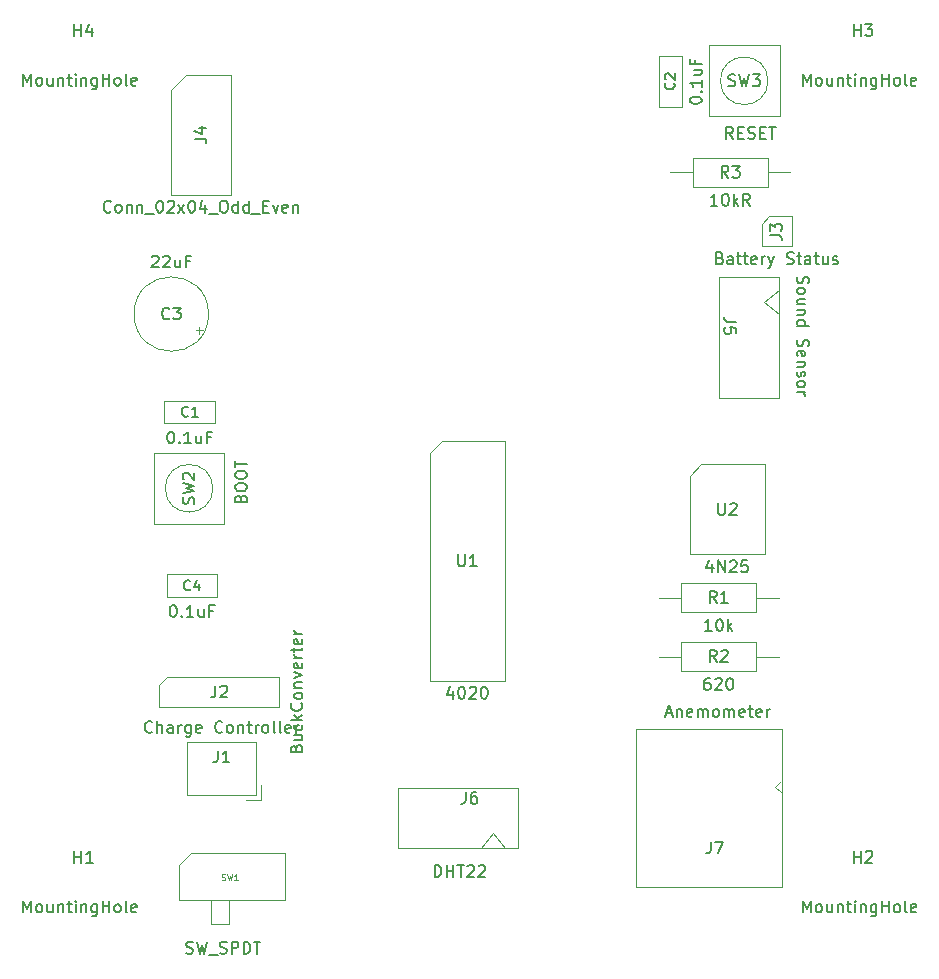
<source format=gbr>
%TF.GenerationSoftware,KiCad,Pcbnew,(5.1.8)-1*%
%TF.CreationDate,2021-01-04T15:21:09+00:00*%
%TF.ProjectId,main,6d61696e-2e6b-4696-9361-645f70636258,2.2*%
%TF.SameCoordinates,Original*%
%TF.FileFunction,Other,Fab,Top*%
%FSLAX46Y46*%
G04 Gerber Fmt 4.6, Leading zero omitted, Abs format (unit mm)*
G04 Created by KiCad (PCBNEW (5.1.8)-1) date 2021-01-04 15:21:09*
%MOMM*%
%LPD*%
G01*
G04 APERTURE LIST*
%ADD10C,0.100000*%
%ADD11C,0.150000*%
%ADD12C,0.129000*%
G04 APERTURE END LIST*
D10*
%TO.C,J7*%
X174370000Y-119500000D02*
X173860000Y-119000000D01*
X173860000Y-119000000D02*
X174370000Y-118500000D01*
X174470000Y-127500000D02*
X162070000Y-127500000D01*
X174470000Y-114100000D02*
X174470000Y-127500000D01*
X162070000Y-114100000D02*
X174470000Y-114100000D01*
X162070000Y-127500000D02*
X162070000Y-114100000D01*
%TO.C,J6*%
X141900000Y-119100000D02*
X152100000Y-119100000D01*
X141900000Y-124200000D02*
X141900000Y-119100000D01*
X152100000Y-124200000D02*
X141900000Y-124200000D01*
X152100000Y-119100000D02*
X152100000Y-124200000D01*
X151000000Y-124200000D02*
X150000000Y-122900000D01*
X150000000Y-122900000D02*
X149000000Y-124200000D01*
%TO.C,J5*%
X169100000Y-86100000D02*
X169100000Y-75900000D01*
X174200000Y-86100000D02*
X169100000Y-86100000D01*
X174200000Y-75900000D02*
X174200000Y-86100000D01*
X169100000Y-75900000D02*
X174200000Y-75900000D01*
X174200000Y-77000000D02*
X172900000Y-78000000D01*
X172900000Y-78000000D02*
X174200000Y-79000000D01*
%TO.C,U1*%
X144635000Y-90730000D02*
X145635000Y-89730000D01*
X144635000Y-110050000D02*
X144635000Y-90730000D01*
X150985000Y-110050000D02*
X144635000Y-110050000D01*
X150985000Y-89730000D02*
X150985000Y-110050000D01*
X145635000Y-89730000D02*
X150985000Y-89730000D01*
%TO.C,SW3*%
X171250000Y-56250000D02*
X174250000Y-56250000D01*
X174250000Y-56250000D02*
X174250000Y-62250000D01*
X174250000Y-62250000D02*
X168250000Y-62250000D01*
X168250000Y-62250000D02*
X168250000Y-56250000D01*
X168250000Y-56250000D02*
X171250000Y-56250000D01*
X173265564Y-59250000D02*
G75*
G03*
X173265564Y-59250000I-2015564J0D01*
G01*
%TO.C,SW2*%
X121250000Y-93750000D02*
X121250000Y-90750000D01*
X121250000Y-90750000D02*
X127250000Y-90750000D01*
X127250000Y-90750000D02*
X127250000Y-96750000D01*
X127250000Y-96750000D02*
X121250000Y-96750000D01*
X121250000Y-96750000D02*
X121250000Y-93750000D01*
X126265564Y-93750000D02*
G75*
G03*
X126265564Y-93750000I-2015564J0D01*
G01*
%TO.C,R3*%
X166930000Y-65750000D02*
X166930000Y-68250000D01*
X166930000Y-68250000D02*
X173230000Y-68250000D01*
X173230000Y-68250000D02*
X173230000Y-65750000D01*
X173230000Y-65750000D02*
X166930000Y-65750000D01*
X165000000Y-67000000D02*
X166930000Y-67000000D01*
X175160000Y-67000000D02*
X173230000Y-67000000D01*
%TO.C,R2*%
X165930000Y-106750000D02*
X165930000Y-109250000D01*
X165930000Y-109250000D02*
X172230000Y-109250000D01*
X172230000Y-109250000D02*
X172230000Y-106750000D01*
X172230000Y-106750000D02*
X165930000Y-106750000D01*
X164000000Y-108000000D02*
X165930000Y-108000000D01*
X174160000Y-108000000D02*
X172230000Y-108000000D01*
%TO.C,R1*%
X165930000Y-101750000D02*
X165930000Y-104250000D01*
X165930000Y-104250000D02*
X172230000Y-104250000D01*
X172230000Y-104250000D02*
X172230000Y-101750000D01*
X172230000Y-101750000D02*
X165930000Y-101750000D01*
X164000000Y-103000000D02*
X165930000Y-103000000D01*
X174160000Y-103000000D02*
X172230000Y-103000000D01*
%TO.C,C4*%
X122350000Y-101050000D02*
X122350000Y-102950000D01*
X122350000Y-102950000D02*
X126650000Y-102950000D01*
X126650000Y-102950000D02*
X126650000Y-101050000D01*
X126650000Y-101050000D02*
X122350000Y-101050000D01*
%TO.C,C3*%
X125900000Y-79000000D02*
G75*
G03*
X125900000Y-79000000I-3150000J0D01*
G01*
X125443972Y-80373500D02*
X124813972Y-80373500D01*
X125128972Y-80688500D02*
X125128972Y-80058500D01*
%TO.C,C2*%
X164050000Y-61450000D02*
X165950000Y-61450000D01*
X165950000Y-61450000D02*
X165950000Y-57150000D01*
X165950000Y-57150000D02*
X164050000Y-57150000D01*
X164050000Y-57150000D02*
X164050000Y-61450000D01*
%TO.C,C1*%
X122150000Y-86350000D02*
X122150000Y-88250000D01*
X122150000Y-88250000D02*
X126450000Y-88250000D01*
X126450000Y-88250000D02*
X126450000Y-86350000D01*
X126450000Y-86350000D02*
X122150000Y-86350000D01*
%TO.C,SW1*%
X124400000Y-124650000D02*
X132400000Y-124650000D01*
X132400000Y-124650000D02*
X132400000Y-128650000D01*
X132400000Y-128650000D02*
X123400000Y-128650000D01*
X123400000Y-128650000D02*
X123400000Y-125650000D01*
X126150000Y-128650000D02*
X126150000Y-130650000D01*
X126150000Y-130650000D02*
X127650000Y-130650000D01*
X127650000Y-130650000D02*
X127650000Y-128650000D01*
X124400000Y-124650000D02*
X123400000Y-125650000D01*
%TO.C,U2*%
X166635000Y-92730000D02*
X167635000Y-91730000D01*
X166635000Y-99350000D02*
X166635000Y-92730000D01*
X172985000Y-99350000D02*
X166635000Y-99350000D01*
X172985000Y-91730000D02*
X172985000Y-99350000D01*
X167635000Y-91730000D02*
X172985000Y-91730000D01*
%TO.C,J4*%
X122730000Y-60000000D02*
X124000000Y-58730000D01*
X122730000Y-68890000D02*
X122730000Y-60000000D01*
X127810000Y-68890000D02*
X122730000Y-68890000D01*
X127810000Y-58730000D02*
X127810000Y-68890000D01*
X124000000Y-58730000D02*
X127810000Y-58730000D01*
%TO.C,J3*%
X172730000Y-71365000D02*
X173365000Y-70730000D01*
X172730000Y-73270000D02*
X172730000Y-71365000D01*
X175270000Y-73270000D02*
X172730000Y-73270000D01*
X175270000Y-70730000D02*
X175270000Y-73270000D01*
X173365000Y-70730000D02*
X175270000Y-70730000D01*
%TO.C,J1*%
X124050000Y-119700000D02*
X129950000Y-119700000D01*
X124050000Y-115200000D02*
X124050000Y-119700000D01*
X129950000Y-115200000D02*
X124050000Y-115200000D01*
X129950000Y-119700000D02*
X129950000Y-115200000D01*
X130360000Y-120110000D02*
X130360000Y-118860000D01*
X129110000Y-120110000D02*
X130360000Y-120110000D01*
%TO.C,J2*%
X131890000Y-112270000D02*
X121730000Y-112270000D01*
X131890000Y-109730000D02*
X131890000Y-112270000D01*
X122365000Y-109730000D02*
X131890000Y-109730000D01*
X121730000Y-110365000D02*
X122365000Y-109730000D01*
X121730000Y-112270000D02*
X121730000Y-110365000D01*
%TD*%
%TO.C,J7*%
D11*
X164632857Y-112816666D02*
X165109047Y-112816666D01*
X164537619Y-113102380D02*
X164870952Y-112102380D01*
X165204285Y-113102380D01*
X165537619Y-112435714D02*
X165537619Y-113102380D01*
X165537619Y-112530952D02*
X165585238Y-112483333D01*
X165680476Y-112435714D01*
X165823333Y-112435714D01*
X165918571Y-112483333D01*
X165966190Y-112578571D01*
X165966190Y-113102380D01*
X166823333Y-113054761D02*
X166728095Y-113102380D01*
X166537619Y-113102380D01*
X166442380Y-113054761D01*
X166394761Y-112959523D01*
X166394761Y-112578571D01*
X166442380Y-112483333D01*
X166537619Y-112435714D01*
X166728095Y-112435714D01*
X166823333Y-112483333D01*
X166870952Y-112578571D01*
X166870952Y-112673809D01*
X166394761Y-112769047D01*
X167299523Y-113102380D02*
X167299523Y-112435714D01*
X167299523Y-112530952D02*
X167347142Y-112483333D01*
X167442380Y-112435714D01*
X167585238Y-112435714D01*
X167680476Y-112483333D01*
X167728095Y-112578571D01*
X167728095Y-113102380D01*
X167728095Y-112578571D02*
X167775714Y-112483333D01*
X167870952Y-112435714D01*
X168013809Y-112435714D01*
X168109047Y-112483333D01*
X168156666Y-112578571D01*
X168156666Y-113102380D01*
X168775714Y-113102380D02*
X168680476Y-113054761D01*
X168632857Y-113007142D01*
X168585238Y-112911904D01*
X168585238Y-112626190D01*
X168632857Y-112530952D01*
X168680476Y-112483333D01*
X168775714Y-112435714D01*
X168918571Y-112435714D01*
X169013809Y-112483333D01*
X169061428Y-112530952D01*
X169109047Y-112626190D01*
X169109047Y-112911904D01*
X169061428Y-113007142D01*
X169013809Y-113054761D01*
X168918571Y-113102380D01*
X168775714Y-113102380D01*
X169537619Y-113102380D02*
X169537619Y-112435714D01*
X169537619Y-112530952D02*
X169585238Y-112483333D01*
X169680476Y-112435714D01*
X169823333Y-112435714D01*
X169918571Y-112483333D01*
X169966190Y-112578571D01*
X169966190Y-113102380D01*
X169966190Y-112578571D02*
X170013809Y-112483333D01*
X170109047Y-112435714D01*
X170251904Y-112435714D01*
X170347142Y-112483333D01*
X170394761Y-112578571D01*
X170394761Y-113102380D01*
X171251904Y-113054761D02*
X171156666Y-113102380D01*
X170966190Y-113102380D01*
X170870952Y-113054761D01*
X170823333Y-112959523D01*
X170823333Y-112578571D01*
X170870952Y-112483333D01*
X170966190Y-112435714D01*
X171156666Y-112435714D01*
X171251904Y-112483333D01*
X171299523Y-112578571D01*
X171299523Y-112673809D01*
X170823333Y-112769047D01*
X171585238Y-112435714D02*
X171966190Y-112435714D01*
X171728095Y-112102380D02*
X171728095Y-112959523D01*
X171775714Y-113054761D01*
X171870952Y-113102380D01*
X171966190Y-113102380D01*
X172680476Y-113054761D02*
X172585238Y-113102380D01*
X172394761Y-113102380D01*
X172299523Y-113054761D01*
X172251904Y-112959523D01*
X172251904Y-112578571D01*
X172299523Y-112483333D01*
X172394761Y-112435714D01*
X172585238Y-112435714D01*
X172680476Y-112483333D01*
X172728095Y-112578571D01*
X172728095Y-112673809D01*
X172251904Y-112769047D01*
X173156666Y-113102380D02*
X173156666Y-112435714D01*
X173156666Y-112626190D02*
X173204285Y-112530952D01*
X173251904Y-112483333D01*
X173347142Y-112435714D01*
X173442380Y-112435714D01*
X168436666Y-123672380D02*
X168436666Y-124386666D01*
X168389047Y-124529523D01*
X168293809Y-124624761D01*
X168150952Y-124672380D01*
X168055714Y-124672380D01*
X168817619Y-123672380D02*
X169484285Y-123672380D01*
X169055714Y-124672380D01*
%TO.C,J6*%
X145050952Y-126642380D02*
X145050952Y-125642380D01*
X145289047Y-125642380D01*
X145431904Y-125690000D01*
X145527142Y-125785238D01*
X145574761Y-125880476D01*
X145622380Y-126070952D01*
X145622380Y-126213809D01*
X145574761Y-126404285D01*
X145527142Y-126499523D01*
X145431904Y-126594761D01*
X145289047Y-126642380D01*
X145050952Y-126642380D01*
X146050952Y-126642380D02*
X146050952Y-125642380D01*
X146050952Y-126118571D02*
X146622380Y-126118571D01*
X146622380Y-126642380D02*
X146622380Y-125642380D01*
X146955714Y-125642380D02*
X147527142Y-125642380D01*
X147241428Y-126642380D02*
X147241428Y-125642380D01*
X147812857Y-125737619D02*
X147860476Y-125690000D01*
X147955714Y-125642380D01*
X148193809Y-125642380D01*
X148289047Y-125690000D01*
X148336666Y-125737619D01*
X148384285Y-125832857D01*
X148384285Y-125928095D01*
X148336666Y-126070952D01*
X147765238Y-126642380D01*
X148384285Y-126642380D01*
X148765238Y-125737619D02*
X148812857Y-125690000D01*
X148908095Y-125642380D01*
X149146190Y-125642380D01*
X149241428Y-125690000D01*
X149289047Y-125737619D01*
X149336666Y-125832857D01*
X149336666Y-125928095D01*
X149289047Y-126070952D01*
X148717619Y-126642380D01*
X149336666Y-126642380D01*
X147666666Y-119452380D02*
X147666666Y-120166666D01*
X147619047Y-120309523D01*
X147523809Y-120404761D01*
X147380952Y-120452380D01*
X147285714Y-120452380D01*
X148571428Y-119452380D02*
X148380952Y-119452380D01*
X148285714Y-119500000D01*
X148238095Y-119547619D01*
X148142857Y-119690476D01*
X148095238Y-119880952D01*
X148095238Y-120261904D01*
X148142857Y-120357142D01*
X148190476Y-120404761D01*
X148285714Y-120452380D01*
X148476190Y-120452380D01*
X148571428Y-120404761D01*
X148619047Y-120357142D01*
X148666666Y-120261904D01*
X148666666Y-120023809D01*
X148619047Y-119928571D01*
X148571428Y-119880952D01*
X148476190Y-119833333D01*
X148285714Y-119833333D01*
X148190476Y-119880952D01*
X148142857Y-119928571D01*
X148095238Y-120023809D01*
%TO.C,J5*%
X175785238Y-75830000D02*
X175737619Y-75972857D01*
X175737619Y-76210952D01*
X175785238Y-76306190D01*
X175832857Y-76353809D01*
X175928095Y-76401428D01*
X176023333Y-76401428D01*
X176118571Y-76353809D01*
X176166190Y-76306190D01*
X176213809Y-76210952D01*
X176261428Y-76020476D01*
X176309047Y-75925238D01*
X176356666Y-75877619D01*
X176451904Y-75830000D01*
X176547142Y-75830000D01*
X176642380Y-75877619D01*
X176690000Y-75925238D01*
X176737619Y-76020476D01*
X176737619Y-76258571D01*
X176690000Y-76401428D01*
X175737619Y-76972857D02*
X175785238Y-76877619D01*
X175832857Y-76830000D01*
X175928095Y-76782380D01*
X176213809Y-76782380D01*
X176309047Y-76830000D01*
X176356666Y-76877619D01*
X176404285Y-76972857D01*
X176404285Y-77115714D01*
X176356666Y-77210952D01*
X176309047Y-77258571D01*
X176213809Y-77306190D01*
X175928095Y-77306190D01*
X175832857Y-77258571D01*
X175785238Y-77210952D01*
X175737619Y-77115714D01*
X175737619Y-76972857D01*
X176404285Y-78163333D02*
X175737619Y-78163333D01*
X176404285Y-77734761D02*
X175880476Y-77734761D01*
X175785238Y-77782380D01*
X175737619Y-77877619D01*
X175737619Y-78020476D01*
X175785238Y-78115714D01*
X175832857Y-78163333D01*
X176404285Y-78639523D02*
X175737619Y-78639523D01*
X176309047Y-78639523D02*
X176356666Y-78687142D01*
X176404285Y-78782380D01*
X176404285Y-78925238D01*
X176356666Y-79020476D01*
X176261428Y-79068095D01*
X175737619Y-79068095D01*
X175737619Y-79972857D02*
X176737619Y-79972857D01*
X175785238Y-79972857D02*
X175737619Y-79877619D01*
X175737619Y-79687142D01*
X175785238Y-79591904D01*
X175832857Y-79544285D01*
X175928095Y-79496666D01*
X176213809Y-79496666D01*
X176309047Y-79544285D01*
X176356666Y-79591904D01*
X176404285Y-79687142D01*
X176404285Y-79877619D01*
X176356666Y-79972857D01*
X175785238Y-81163333D02*
X175737619Y-81306190D01*
X175737619Y-81544285D01*
X175785238Y-81639523D01*
X175832857Y-81687142D01*
X175928095Y-81734761D01*
X176023333Y-81734761D01*
X176118571Y-81687142D01*
X176166190Y-81639523D01*
X176213809Y-81544285D01*
X176261428Y-81353809D01*
X176309047Y-81258571D01*
X176356666Y-81210952D01*
X176451904Y-81163333D01*
X176547142Y-81163333D01*
X176642380Y-81210952D01*
X176690000Y-81258571D01*
X176737619Y-81353809D01*
X176737619Y-81591904D01*
X176690000Y-81734761D01*
X175785238Y-82544285D02*
X175737619Y-82449047D01*
X175737619Y-82258571D01*
X175785238Y-82163333D01*
X175880476Y-82115714D01*
X176261428Y-82115714D01*
X176356666Y-82163333D01*
X176404285Y-82258571D01*
X176404285Y-82449047D01*
X176356666Y-82544285D01*
X176261428Y-82591904D01*
X176166190Y-82591904D01*
X176070952Y-82115714D01*
X176404285Y-83020476D02*
X175737619Y-83020476D01*
X176309047Y-83020476D02*
X176356666Y-83068095D01*
X176404285Y-83163333D01*
X176404285Y-83306190D01*
X176356666Y-83401428D01*
X176261428Y-83449047D01*
X175737619Y-83449047D01*
X175785238Y-83877619D02*
X175737619Y-83972857D01*
X175737619Y-84163333D01*
X175785238Y-84258571D01*
X175880476Y-84306190D01*
X175928095Y-84306190D01*
X176023333Y-84258571D01*
X176070952Y-84163333D01*
X176070952Y-84020476D01*
X176118571Y-83925238D01*
X176213809Y-83877619D01*
X176261428Y-83877619D01*
X176356666Y-83925238D01*
X176404285Y-84020476D01*
X176404285Y-84163333D01*
X176356666Y-84258571D01*
X175737619Y-84877619D02*
X175785238Y-84782380D01*
X175832857Y-84734761D01*
X175928095Y-84687142D01*
X176213809Y-84687142D01*
X176309047Y-84734761D01*
X176356666Y-84782380D01*
X176404285Y-84877619D01*
X176404285Y-85020476D01*
X176356666Y-85115714D01*
X176309047Y-85163333D01*
X176213809Y-85210952D01*
X175928095Y-85210952D01*
X175832857Y-85163333D01*
X175785238Y-85115714D01*
X175737619Y-85020476D01*
X175737619Y-84877619D01*
X175737619Y-85639523D02*
X176404285Y-85639523D01*
X176213809Y-85639523D02*
X176309047Y-85687142D01*
X176356666Y-85734761D01*
X176404285Y-85830000D01*
X176404285Y-85925238D01*
X170547619Y-79666666D02*
X169833333Y-79666666D01*
X169690476Y-79619047D01*
X169595238Y-79523809D01*
X169547619Y-79380952D01*
X169547619Y-79285714D01*
X170547619Y-80619047D02*
X170547619Y-80142857D01*
X170071428Y-80095238D01*
X170119047Y-80142857D01*
X170166666Y-80238095D01*
X170166666Y-80476190D01*
X170119047Y-80571428D01*
X170071428Y-80619047D01*
X169976190Y-80666666D01*
X169738095Y-80666666D01*
X169642857Y-80619047D01*
X169595238Y-80571428D01*
X169547619Y-80476190D01*
X169547619Y-80238095D01*
X169595238Y-80142857D01*
X169642857Y-80095238D01*
%TO.C,H4*%
X110214285Y-59652380D02*
X110214285Y-58652380D01*
X110547619Y-59366666D01*
X110880952Y-58652380D01*
X110880952Y-59652380D01*
X111500000Y-59652380D02*
X111404761Y-59604761D01*
X111357142Y-59557142D01*
X111309523Y-59461904D01*
X111309523Y-59176190D01*
X111357142Y-59080952D01*
X111404761Y-59033333D01*
X111500000Y-58985714D01*
X111642857Y-58985714D01*
X111738095Y-59033333D01*
X111785714Y-59080952D01*
X111833333Y-59176190D01*
X111833333Y-59461904D01*
X111785714Y-59557142D01*
X111738095Y-59604761D01*
X111642857Y-59652380D01*
X111500000Y-59652380D01*
X112690476Y-58985714D02*
X112690476Y-59652380D01*
X112261904Y-58985714D02*
X112261904Y-59509523D01*
X112309523Y-59604761D01*
X112404761Y-59652380D01*
X112547619Y-59652380D01*
X112642857Y-59604761D01*
X112690476Y-59557142D01*
X113166666Y-58985714D02*
X113166666Y-59652380D01*
X113166666Y-59080952D02*
X113214285Y-59033333D01*
X113309523Y-58985714D01*
X113452380Y-58985714D01*
X113547619Y-59033333D01*
X113595238Y-59128571D01*
X113595238Y-59652380D01*
X113928571Y-58985714D02*
X114309523Y-58985714D01*
X114071428Y-58652380D02*
X114071428Y-59509523D01*
X114119047Y-59604761D01*
X114214285Y-59652380D01*
X114309523Y-59652380D01*
X114642857Y-59652380D02*
X114642857Y-58985714D01*
X114642857Y-58652380D02*
X114595238Y-58700000D01*
X114642857Y-58747619D01*
X114690476Y-58700000D01*
X114642857Y-58652380D01*
X114642857Y-58747619D01*
X115119047Y-58985714D02*
X115119047Y-59652380D01*
X115119047Y-59080952D02*
X115166666Y-59033333D01*
X115261904Y-58985714D01*
X115404761Y-58985714D01*
X115500000Y-59033333D01*
X115547619Y-59128571D01*
X115547619Y-59652380D01*
X116452380Y-58985714D02*
X116452380Y-59795238D01*
X116404761Y-59890476D01*
X116357142Y-59938095D01*
X116261904Y-59985714D01*
X116119047Y-59985714D01*
X116023809Y-59938095D01*
X116452380Y-59604761D02*
X116357142Y-59652380D01*
X116166666Y-59652380D01*
X116071428Y-59604761D01*
X116023809Y-59557142D01*
X115976190Y-59461904D01*
X115976190Y-59176190D01*
X116023809Y-59080952D01*
X116071428Y-59033333D01*
X116166666Y-58985714D01*
X116357142Y-58985714D01*
X116452380Y-59033333D01*
X116928571Y-59652380D02*
X116928571Y-58652380D01*
X116928571Y-59128571D02*
X117500000Y-59128571D01*
X117500000Y-59652380D02*
X117500000Y-58652380D01*
X118119047Y-59652380D02*
X118023809Y-59604761D01*
X117976190Y-59557142D01*
X117928571Y-59461904D01*
X117928571Y-59176190D01*
X117976190Y-59080952D01*
X118023809Y-59033333D01*
X118119047Y-58985714D01*
X118261904Y-58985714D01*
X118357142Y-59033333D01*
X118404761Y-59080952D01*
X118452380Y-59176190D01*
X118452380Y-59461904D01*
X118404761Y-59557142D01*
X118357142Y-59604761D01*
X118261904Y-59652380D01*
X118119047Y-59652380D01*
X119023809Y-59652380D02*
X118928571Y-59604761D01*
X118880952Y-59509523D01*
X118880952Y-58652380D01*
X119785714Y-59604761D02*
X119690476Y-59652380D01*
X119500000Y-59652380D01*
X119404761Y-59604761D01*
X119357142Y-59509523D01*
X119357142Y-59128571D01*
X119404761Y-59033333D01*
X119500000Y-58985714D01*
X119690476Y-58985714D01*
X119785714Y-59033333D01*
X119833333Y-59128571D01*
X119833333Y-59223809D01*
X119357142Y-59319047D01*
X114538095Y-55452380D02*
X114538095Y-54452380D01*
X114538095Y-54928571D02*
X115109523Y-54928571D01*
X115109523Y-55452380D02*
X115109523Y-54452380D01*
X116014285Y-54785714D02*
X116014285Y-55452380D01*
X115776190Y-54404761D02*
X115538095Y-55119047D01*
X116157142Y-55119047D01*
%TO.C,H3*%
X176214285Y-59652380D02*
X176214285Y-58652380D01*
X176547619Y-59366666D01*
X176880952Y-58652380D01*
X176880952Y-59652380D01*
X177500000Y-59652380D02*
X177404761Y-59604761D01*
X177357142Y-59557142D01*
X177309523Y-59461904D01*
X177309523Y-59176190D01*
X177357142Y-59080952D01*
X177404761Y-59033333D01*
X177500000Y-58985714D01*
X177642857Y-58985714D01*
X177738095Y-59033333D01*
X177785714Y-59080952D01*
X177833333Y-59176190D01*
X177833333Y-59461904D01*
X177785714Y-59557142D01*
X177738095Y-59604761D01*
X177642857Y-59652380D01*
X177500000Y-59652380D01*
X178690476Y-58985714D02*
X178690476Y-59652380D01*
X178261904Y-58985714D02*
X178261904Y-59509523D01*
X178309523Y-59604761D01*
X178404761Y-59652380D01*
X178547619Y-59652380D01*
X178642857Y-59604761D01*
X178690476Y-59557142D01*
X179166666Y-58985714D02*
X179166666Y-59652380D01*
X179166666Y-59080952D02*
X179214285Y-59033333D01*
X179309523Y-58985714D01*
X179452380Y-58985714D01*
X179547619Y-59033333D01*
X179595238Y-59128571D01*
X179595238Y-59652380D01*
X179928571Y-58985714D02*
X180309523Y-58985714D01*
X180071428Y-58652380D02*
X180071428Y-59509523D01*
X180119047Y-59604761D01*
X180214285Y-59652380D01*
X180309523Y-59652380D01*
X180642857Y-59652380D02*
X180642857Y-58985714D01*
X180642857Y-58652380D02*
X180595238Y-58700000D01*
X180642857Y-58747619D01*
X180690476Y-58700000D01*
X180642857Y-58652380D01*
X180642857Y-58747619D01*
X181119047Y-58985714D02*
X181119047Y-59652380D01*
X181119047Y-59080952D02*
X181166666Y-59033333D01*
X181261904Y-58985714D01*
X181404761Y-58985714D01*
X181500000Y-59033333D01*
X181547619Y-59128571D01*
X181547619Y-59652380D01*
X182452380Y-58985714D02*
X182452380Y-59795238D01*
X182404761Y-59890476D01*
X182357142Y-59938095D01*
X182261904Y-59985714D01*
X182119047Y-59985714D01*
X182023809Y-59938095D01*
X182452380Y-59604761D02*
X182357142Y-59652380D01*
X182166666Y-59652380D01*
X182071428Y-59604761D01*
X182023809Y-59557142D01*
X181976190Y-59461904D01*
X181976190Y-59176190D01*
X182023809Y-59080952D01*
X182071428Y-59033333D01*
X182166666Y-58985714D01*
X182357142Y-58985714D01*
X182452380Y-59033333D01*
X182928571Y-59652380D02*
X182928571Y-58652380D01*
X182928571Y-59128571D02*
X183500000Y-59128571D01*
X183500000Y-59652380D02*
X183500000Y-58652380D01*
X184119047Y-59652380D02*
X184023809Y-59604761D01*
X183976190Y-59557142D01*
X183928571Y-59461904D01*
X183928571Y-59176190D01*
X183976190Y-59080952D01*
X184023809Y-59033333D01*
X184119047Y-58985714D01*
X184261904Y-58985714D01*
X184357142Y-59033333D01*
X184404761Y-59080952D01*
X184452380Y-59176190D01*
X184452380Y-59461904D01*
X184404761Y-59557142D01*
X184357142Y-59604761D01*
X184261904Y-59652380D01*
X184119047Y-59652380D01*
X185023809Y-59652380D02*
X184928571Y-59604761D01*
X184880952Y-59509523D01*
X184880952Y-58652380D01*
X185785714Y-59604761D02*
X185690476Y-59652380D01*
X185500000Y-59652380D01*
X185404761Y-59604761D01*
X185357142Y-59509523D01*
X185357142Y-59128571D01*
X185404761Y-59033333D01*
X185500000Y-58985714D01*
X185690476Y-58985714D01*
X185785714Y-59033333D01*
X185833333Y-59128571D01*
X185833333Y-59223809D01*
X185357142Y-59319047D01*
X180538095Y-55452380D02*
X180538095Y-54452380D01*
X180538095Y-54928571D02*
X181109523Y-54928571D01*
X181109523Y-55452380D02*
X181109523Y-54452380D01*
X181490476Y-54452380D02*
X182109523Y-54452380D01*
X181776190Y-54833333D01*
X181919047Y-54833333D01*
X182014285Y-54880952D01*
X182061904Y-54928571D01*
X182109523Y-55023809D01*
X182109523Y-55261904D01*
X182061904Y-55357142D01*
X182014285Y-55404761D01*
X181919047Y-55452380D01*
X181633333Y-55452380D01*
X181538095Y-55404761D01*
X181490476Y-55357142D01*
%TO.C,H2*%
X176214285Y-129652380D02*
X176214285Y-128652380D01*
X176547619Y-129366666D01*
X176880952Y-128652380D01*
X176880952Y-129652380D01*
X177500000Y-129652380D02*
X177404761Y-129604761D01*
X177357142Y-129557142D01*
X177309523Y-129461904D01*
X177309523Y-129176190D01*
X177357142Y-129080952D01*
X177404761Y-129033333D01*
X177500000Y-128985714D01*
X177642857Y-128985714D01*
X177738095Y-129033333D01*
X177785714Y-129080952D01*
X177833333Y-129176190D01*
X177833333Y-129461904D01*
X177785714Y-129557142D01*
X177738095Y-129604761D01*
X177642857Y-129652380D01*
X177500000Y-129652380D01*
X178690476Y-128985714D02*
X178690476Y-129652380D01*
X178261904Y-128985714D02*
X178261904Y-129509523D01*
X178309523Y-129604761D01*
X178404761Y-129652380D01*
X178547619Y-129652380D01*
X178642857Y-129604761D01*
X178690476Y-129557142D01*
X179166666Y-128985714D02*
X179166666Y-129652380D01*
X179166666Y-129080952D02*
X179214285Y-129033333D01*
X179309523Y-128985714D01*
X179452380Y-128985714D01*
X179547619Y-129033333D01*
X179595238Y-129128571D01*
X179595238Y-129652380D01*
X179928571Y-128985714D02*
X180309523Y-128985714D01*
X180071428Y-128652380D02*
X180071428Y-129509523D01*
X180119047Y-129604761D01*
X180214285Y-129652380D01*
X180309523Y-129652380D01*
X180642857Y-129652380D02*
X180642857Y-128985714D01*
X180642857Y-128652380D02*
X180595238Y-128700000D01*
X180642857Y-128747619D01*
X180690476Y-128700000D01*
X180642857Y-128652380D01*
X180642857Y-128747619D01*
X181119047Y-128985714D02*
X181119047Y-129652380D01*
X181119047Y-129080952D02*
X181166666Y-129033333D01*
X181261904Y-128985714D01*
X181404761Y-128985714D01*
X181500000Y-129033333D01*
X181547619Y-129128571D01*
X181547619Y-129652380D01*
X182452380Y-128985714D02*
X182452380Y-129795238D01*
X182404761Y-129890476D01*
X182357142Y-129938095D01*
X182261904Y-129985714D01*
X182119047Y-129985714D01*
X182023809Y-129938095D01*
X182452380Y-129604761D02*
X182357142Y-129652380D01*
X182166666Y-129652380D01*
X182071428Y-129604761D01*
X182023809Y-129557142D01*
X181976190Y-129461904D01*
X181976190Y-129176190D01*
X182023809Y-129080952D01*
X182071428Y-129033333D01*
X182166666Y-128985714D01*
X182357142Y-128985714D01*
X182452380Y-129033333D01*
X182928571Y-129652380D02*
X182928571Y-128652380D01*
X182928571Y-129128571D02*
X183500000Y-129128571D01*
X183500000Y-129652380D02*
X183500000Y-128652380D01*
X184119047Y-129652380D02*
X184023809Y-129604761D01*
X183976190Y-129557142D01*
X183928571Y-129461904D01*
X183928571Y-129176190D01*
X183976190Y-129080952D01*
X184023809Y-129033333D01*
X184119047Y-128985714D01*
X184261904Y-128985714D01*
X184357142Y-129033333D01*
X184404761Y-129080952D01*
X184452380Y-129176190D01*
X184452380Y-129461904D01*
X184404761Y-129557142D01*
X184357142Y-129604761D01*
X184261904Y-129652380D01*
X184119047Y-129652380D01*
X185023809Y-129652380D02*
X184928571Y-129604761D01*
X184880952Y-129509523D01*
X184880952Y-128652380D01*
X185785714Y-129604761D02*
X185690476Y-129652380D01*
X185500000Y-129652380D01*
X185404761Y-129604761D01*
X185357142Y-129509523D01*
X185357142Y-129128571D01*
X185404761Y-129033333D01*
X185500000Y-128985714D01*
X185690476Y-128985714D01*
X185785714Y-129033333D01*
X185833333Y-129128571D01*
X185833333Y-129223809D01*
X185357142Y-129319047D01*
X180538095Y-125452380D02*
X180538095Y-124452380D01*
X180538095Y-124928571D02*
X181109523Y-124928571D01*
X181109523Y-125452380D02*
X181109523Y-124452380D01*
X181538095Y-124547619D02*
X181585714Y-124500000D01*
X181680952Y-124452380D01*
X181919047Y-124452380D01*
X182014285Y-124500000D01*
X182061904Y-124547619D01*
X182109523Y-124642857D01*
X182109523Y-124738095D01*
X182061904Y-124880952D01*
X181490476Y-125452380D01*
X182109523Y-125452380D01*
%TO.C,H1*%
X110214285Y-129652380D02*
X110214285Y-128652380D01*
X110547619Y-129366666D01*
X110880952Y-128652380D01*
X110880952Y-129652380D01*
X111500000Y-129652380D02*
X111404761Y-129604761D01*
X111357142Y-129557142D01*
X111309523Y-129461904D01*
X111309523Y-129176190D01*
X111357142Y-129080952D01*
X111404761Y-129033333D01*
X111500000Y-128985714D01*
X111642857Y-128985714D01*
X111738095Y-129033333D01*
X111785714Y-129080952D01*
X111833333Y-129176190D01*
X111833333Y-129461904D01*
X111785714Y-129557142D01*
X111738095Y-129604761D01*
X111642857Y-129652380D01*
X111500000Y-129652380D01*
X112690476Y-128985714D02*
X112690476Y-129652380D01*
X112261904Y-128985714D02*
X112261904Y-129509523D01*
X112309523Y-129604761D01*
X112404761Y-129652380D01*
X112547619Y-129652380D01*
X112642857Y-129604761D01*
X112690476Y-129557142D01*
X113166666Y-128985714D02*
X113166666Y-129652380D01*
X113166666Y-129080952D02*
X113214285Y-129033333D01*
X113309523Y-128985714D01*
X113452380Y-128985714D01*
X113547619Y-129033333D01*
X113595238Y-129128571D01*
X113595238Y-129652380D01*
X113928571Y-128985714D02*
X114309523Y-128985714D01*
X114071428Y-128652380D02*
X114071428Y-129509523D01*
X114119047Y-129604761D01*
X114214285Y-129652380D01*
X114309523Y-129652380D01*
X114642857Y-129652380D02*
X114642857Y-128985714D01*
X114642857Y-128652380D02*
X114595238Y-128700000D01*
X114642857Y-128747619D01*
X114690476Y-128700000D01*
X114642857Y-128652380D01*
X114642857Y-128747619D01*
X115119047Y-128985714D02*
X115119047Y-129652380D01*
X115119047Y-129080952D02*
X115166666Y-129033333D01*
X115261904Y-128985714D01*
X115404761Y-128985714D01*
X115500000Y-129033333D01*
X115547619Y-129128571D01*
X115547619Y-129652380D01*
X116452380Y-128985714D02*
X116452380Y-129795238D01*
X116404761Y-129890476D01*
X116357142Y-129938095D01*
X116261904Y-129985714D01*
X116119047Y-129985714D01*
X116023809Y-129938095D01*
X116452380Y-129604761D02*
X116357142Y-129652380D01*
X116166666Y-129652380D01*
X116071428Y-129604761D01*
X116023809Y-129557142D01*
X115976190Y-129461904D01*
X115976190Y-129176190D01*
X116023809Y-129080952D01*
X116071428Y-129033333D01*
X116166666Y-128985714D01*
X116357142Y-128985714D01*
X116452380Y-129033333D01*
X116928571Y-129652380D02*
X116928571Y-128652380D01*
X116928571Y-129128571D02*
X117500000Y-129128571D01*
X117500000Y-129652380D02*
X117500000Y-128652380D01*
X118119047Y-129652380D02*
X118023809Y-129604761D01*
X117976190Y-129557142D01*
X117928571Y-129461904D01*
X117928571Y-129176190D01*
X117976190Y-129080952D01*
X118023809Y-129033333D01*
X118119047Y-128985714D01*
X118261904Y-128985714D01*
X118357142Y-129033333D01*
X118404761Y-129080952D01*
X118452380Y-129176190D01*
X118452380Y-129461904D01*
X118404761Y-129557142D01*
X118357142Y-129604761D01*
X118261904Y-129652380D01*
X118119047Y-129652380D01*
X119023809Y-129652380D02*
X118928571Y-129604761D01*
X118880952Y-129509523D01*
X118880952Y-128652380D01*
X119785714Y-129604761D02*
X119690476Y-129652380D01*
X119500000Y-129652380D01*
X119404761Y-129604761D01*
X119357142Y-129509523D01*
X119357142Y-129128571D01*
X119404761Y-129033333D01*
X119500000Y-128985714D01*
X119690476Y-128985714D01*
X119785714Y-129033333D01*
X119833333Y-129128571D01*
X119833333Y-129223809D01*
X119357142Y-129319047D01*
X114538095Y-125452380D02*
X114538095Y-124452380D01*
X114538095Y-124928571D02*
X115109523Y-124928571D01*
X115109523Y-125452380D02*
X115109523Y-124452380D01*
X116109523Y-125452380D02*
X115538095Y-125452380D01*
X115823809Y-125452380D02*
X115823809Y-124452380D01*
X115728571Y-124595238D01*
X115633333Y-124690476D01*
X115538095Y-124738095D01*
%TO.C,U1*%
X146571904Y-110895714D02*
X146571904Y-111562380D01*
X146333809Y-110514761D02*
X146095714Y-111229047D01*
X146714761Y-111229047D01*
X147286190Y-110562380D02*
X147381428Y-110562380D01*
X147476666Y-110610000D01*
X147524285Y-110657619D01*
X147571904Y-110752857D01*
X147619523Y-110943333D01*
X147619523Y-111181428D01*
X147571904Y-111371904D01*
X147524285Y-111467142D01*
X147476666Y-111514761D01*
X147381428Y-111562380D01*
X147286190Y-111562380D01*
X147190952Y-111514761D01*
X147143333Y-111467142D01*
X147095714Y-111371904D01*
X147048095Y-111181428D01*
X147048095Y-110943333D01*
X147095714Y-110752857D01*
X147143333Y-110657619D01*
X147190952Y-110610000D01*
X147286190Y-110562380D01*
X148000476Y-110657619D02*
X148048095Y-110610000D01*
X148143333Y-110562380D01*
X148381428Y-110562380D01*
X148476666Y-110610000D01*
X148524285Y-110657619D01*
X148571904Y-110752857D01*
X148571904Y-110848095D01*
X148524285Y-110990952D01*
X147952857Y-111562380D01*
X148571904Y-111562380D01*
X149190952Y-110562380D02*
X149286190Y-110562380D01*
X149381428Y-110610000D01*
X149429047Y-110657619D01*
X149476666Y-110752857D01*
X149524285Y-110943333D01*
X149524285Y-111181428D01*
X149476666Y-111371904D01*
X149429047Y-111467142D01*
X149381428Y-111514761D01*
X149286190Y-111562380D01*
X149190952Y-111562380D01*
X149095714Y-111514761D01*
X149048095Y-111467142D01*
X149000476Y-111371904D01*
X148952857Y-111181428D01*
X148952857Y-110943333D01*
X149000476Y-110752857D01*
X149048095Y-110657619D01*
X149095714Y-110610000D01*
X149190952Y-110562380D01*
X147048095Y-99342380D02*
X147048095Y-100151904D01*
X147095714Y-100247142D01*
X147143333Y-100294761D01*
X147238571Y-100342380D01*
X147429047Y-100342380D01*
X147524285Y-100294761D01*
X147571904Y-100247142D01*
X147619523Y-100151904D01*
X147619523Y-99342380D01*
X148619523Y-100342380D02*
X148048095Y-100342380D01*
X148333809Y-100342380D02*
X148333809Y-99342380D01*
X148238571Y-99485238D01*
X148143333Y-99580476D01*
X148048095Y-99628095D01*
%TO.C,SW3*%
X170297619Y-64152380D02*
X169964285Y-63676190D01*
X169726190Y-64152380D02*
X169726190Y-63152380D01*
X170107142Y-63152380D01*
X170202380Y-63200000D01*
X170250000Y-63247619D01*
X170297619Y-63342857D01*
X170297619Y-63485714D01*
X170250000Y-63580952D01*
X170202380Y-63628571D01*
X170107142Y-63676190D01*
X169726190Y-63676190D01*
X170726190Y-63628571D02*
X171059523Y-63628571D01*
X171202380Y-64152380D02*
X170726190Y-64152380D01*
X170726190Y-63152380D01*
X171202380Y-63152380D01*
X171583333Y-64104761D02*
X171726190Y-64152380D01*
X171964285Y-64152380D01*
X172059523Y-64104761D01*
X172107142Y-64057142D01*
X172154761Y-63961904D01*
X172154761Y-63866666D01*
X172107142Y-63771428D01*
X172059523Y-63723809D01*
X171964285Y-63676190D01*
X171773809Y-63628571D01*
X171678571Y-63580952D01*
X171630952Y-63533333D01*
X171583333Y-63438095D01*
X171583333Y-63342857D01*
X171630952Y-63247619D01*
X171678571Y-63200000D01*
X171773809Y-63152380D01*
X172011904Y-63152380D01*
X172154761Y-63200000D01*
X172583333Y-63628571D02*
X172916666Y-63628571D01*
X173059523Y-64152380D02*
X172583333Y-64152380D01*
X172583333Y-63152380D01*
X173059523Y-63152380D01*
X173345238Y-63152380D02*
X173916666Y-63152380D01*
X173630952Y-64152380D02*
X173630952Y-63152380D01*
X169916666Y-59654761D02*
X170059523Y-59702380D01*
X170297619Y-59702380D01*
X170392857Y-59654761D01*
X170440476Y-59607142D01*
X170488095Y-59511904D01*
X170488095Y-59416666D01*
X170440476Y-59321428D01*
X170392857Y-59273809D01*
X170297619Y-59226190D01*
X170107142Y-59178571D01*
X170011904Y-59130952D01*
X169964285Y-59083333D01*
X169916666Y-58988095D01*
X169916666Y-58892857D01*
X169964285Y-58797619D01*
X170011904Y-58750000D01*
X170107142Y-58702380D01*
X170345238Y-58702380D01*
X170488095Y-58750000D01*
X170821428Y-58702380D02*
X171059523Y-59702380D01*
X171250000Y-58988095D01*
X171440476Y-59702380D01*
X171678571Y-58702380D01*
X171964285Y-58702380D02*
X172583333Y-58702380D01*
X172250000Y-59083333D01*
X172392857Y-59083333D01*
X172488095Y-59130952D01*
X172535714Y-59178571D01*
X172583333Y-59273809D01*
X172583333Y-59511904D01*
X172535714Y-59607142D01*
X172488095Y-59654761D01*
X172392857Y-59702380D01*
X172107142Y-59702380D01*
X172011904Y-59654761D01*
X171964285Y-59607142D01*
%TO.C,SW2*%
X128628571Y-94607142D02*
X128676190Y-94464285D01*
X128723809Y-94416666D01*
X128819047Y-94369047D01*
X128961904Y-94369047D01*
X129057142Y-94416666D01*
X129104761Y-94464285D01*
X129152380Y-94559523D01*
X129152380Y-94940476D01*
X128152380Y-94940476D01*
X128152380Y-94607142D01*
X128200000Y-94511904D01*
X128247619Y-94464285D01*
X128342857Y-94416666D01*
X128438095Y-94416666D01*
X128533333Y-94464285D01*
X128580952Y-94511904D01*
X128628571Y-94607142D01*
X128628571Y-94940476D01*
X128152380Y-93750000D02*
X128152380Y-93559523D01*
X128200000Y-93464285D01*
X128295238Y-93369047D01*
X128485714Y-93321428D01*
X128819047Y-93321428D01*
X129009523Y-93369047D01*
X129104761Y-93464285D01*
X129152380Y-93559523D01*
X129152380Y-93750000D01*
X129104761Y-93845238D01*
X129009523Y-93940476D01*
X128819047Y-93988095D01*
X128485714Y-93988095D01*
X128295238Y-93940476D01*
X128200000Y-93845238D01*
X128152380Y-93750000D01*
X128152380Y-92702380D02*
X128152380Y-92511904D01*
X128200000Y-92416666D01*
X128295238Y-92321428D01*
X128485714Y-92273809D01*
X128819047Y-92273809D01*
X129009523Y-92321428D01*
X129104761Y-92416666D01*
X129152380Y-92511904D01*
X129152380Y-92702380D01*
X129104761Y-92797619D01*
X129009523Y-92892857D01*
X128819047Y-92940476D01*
X128485714Y-92940476D01*
X128295238Y-92892857D01*
X128200000Y-92797619D01*
X128152380Y-92702380D01*
X128152380Y-91988095D02*
X128152380Y-91416666D01*
X129152380Y-91702380D02*
X128152380Y-91702380D01*
X124654761Y-95083333D02*
X124702380Y-94940476D01*
X124702380Y-94702380D01*
X124654761Y-94607142D01*
X124607142Y-94559523D01*
X124511904Y-94511904D01*
X124416666Y-94511904D01*
X124321428Y-94559523D01*
X124273809Y-94607142D01*
X124226190Y-94702380D01*
X124178571Y-94892857D01*
X124130952Y-94988095D01*
X124083333Y-95035714D01*
X123988095Y-95083333D01*
X123892857Y-95083333D01*
X123797619Y-95035714D01*
X123750000Y-94988095D01*
X123702380Y-94892857D01*
X123702380Y-94654761D01*
X123750000Y-94511904D01*
X123702380Y-94178571D02*
X124702380Y-93940476D01*
X123988095Y-93750000D01*
X124702380Y-93559523D01*
X123702380Y-93321428D01*
X123797619Y-92988095D02*
X123750000Y-92940476D01*
X123702380Y-92845238D01*
X123702380Y-92607142D01*
X123750000Y-92511904D01*
X123797619Y-92464285D01*
X123892857Y-92416666D01*
X123988095Y-92416666D01*
X124130952Y-92464285D01*
X124702380Y-93035714D01*
X124702380Y-92416666D01*
%TO.C,R3*%
X168984761Y-69822380D02*
X168413333Y-69822380D01*
X168699047Y-69822380D02*
X168699047Y-68822380D01*
X168603809Y-68965238D01*
X168508571Y-69060476D01*
X168413333Y-69108095D01*
X169603809Y-68822380D02*
X169699047Y-68822380D01*
X169794285Y-68870000D01*
X169841904Y-68917619D01*
X169889523Y-69012857D01*
X169937142Y-69203333D01*
X169937142Y-69441428D01*
X169889523Y-69631904D01*
X169841904Y-69727142D01*
X169794285Y-69774761D01*
X169699047Y-69822380D01*
X169603809Y-69822380D01*
X169508571Y-69774761D01*
X169460952Y-69727142D01*
X169413333Y-69631904D01*
X169365714Y-69441428D01*
X169365714Y-69203333D01*
X169413333Y-69012857D01*
X169460952Y-68917619D01*
X169508571Y-68870000D01*
X169603809Y-68822380D01*
X170365714Y-69822380D02*
X170365714Y-68822380D01*
X170460952Y-69441428D02*
X170746666Y-69822380D01*
X170746666Y-69155714D02*
X170365714Y-69536666D01*
X171746666Y-69822380D02*
X171413333Y-69346190D01*
X171175238Y-69822380D02*
X171175238Y-68822380D01*
X171556190Y-68822380D01*
X171651428Y-68870000D01*
X171699047Y-68917619D01*
X171746666Y-69012857D01*
X171746666Y-69155714D01*
X171699047Y-69250952D01*
X171651428Y-69298571D01*
X171556190Y-69346190D01*
X171175238Y-69346190D01*
X169913333Y-67452380D02*
X169580000Y-66976190D01*
X169341904Y-67452380D02*
X169341904Y-66452380D01*
X169722857Y-66452380D01*
X169818095Y-66500000D01*
X169865714Y-66547619D01*
X169913333Y-66642857D01*
X169913333Y-66785714D01*
X169865714Y-66880952D01*
X169818095Y-66928571D01*
X169722857Y-66976190D01*
X169341904Y-66976190D01*
X170246666Y-66452380D02*
X170865714Y-66452380D01*
X170532380Y-66833333D01*
X170675238Y-66833333D01*
X170770476Y-66880952D01*
X170818095Y-66928571D01*
X170865714Y-67023809D01*
X170865714Y-67261904D01*
X170818095Y-67357142D01*
X170770476Y-67404761D01*
X170675238Y-67452380D01*
X170389523Y-67452380D01*
X170294285Y-67404761D01*
X170246666Y-67357142D01*
%TO.C,R2*%
X168318095Y-109822380D02*
X168127619Y-109822380D01*
X168032380Y-109870000D01*
X167984761Y-109917619D01*
X167889523Y-110060476D01*
X167841904Y-110250952D01*
X167841904Y-110631904D01*
X167889523Y-110727142D01*
X167937142Y-110774761D01*
X168032380Y-110822380D01*
X168222857Y-110822380D01*
X168318095Y-110774761D01*
X168365714Y-110727142D01*
X168413333Y-110631904D01*
X168413333Y-110393809D01*
X168365714Y-110298571D01*
X168318095Y-110250952D01*
X168222857Y-110203333D01*
X168032380Y-110203333D01*
X167937142Y-110250952D01*
X167889523Y-110298571D01*
X167841904Y-110393809D01*
X168794285Y-109917619D02*
X168841904Y-109870000D01*
X168937142Y-109822380D01*
X169175238Y-109822380D01*
X169270476Y-109870000D01*
X169318095Y-109917619D01*
X169365714Y-110012857D01*
X169365714Y-110108095D01*
X169318095Y-110250952D01*
X168746666Y-110822380D01*
X169365714Y-110822380D01*
X169984761Y-109822380D02*
X170080000Y-109822380D01*
X170175238Y-109870000D01*
X170222857Y-109917619D01*
X170270476Y-110012857D01*
X170318095Y-110203333D01*
X170318095Y-110441428D01*
X170270476Y-110631904D01*
X170222857Y-110727142D01*
X170175238Y-110774761D01*
X170080000Y-110822380D01*
X169984761Y-110822380D01*
X169889523Y-110774761D01*
X169841904Y-110727142D01*
X169794285Y-110631904D01*
X169746666Y-110441428D01*
X169746666Y-110203333D01*
X169794285Y-110012857D01*
X169841904Y-109917619D01*
X169889523Y-109870000D01*
X169984761Y-109822380D01*
X168913333Y-108452380D02*
X168580000Y-107976190D01*
X168341904Y-108452380D02*
X168341904Y-107452380D01*
X168722857Y-107452380D01*
X168818095Y-107500000D01*
X168865714Y-107547619D01*
X168913333Y-107642857D01*
X168913333Y-107785714D01*
X168865714Y-107880952D01*
X168818095Y-107928571D01*
X168722857Y-107976190D01*
X168341904Y-107976190D01*
X169294285Y-107547619D02*
X169341904Y-107500000D01*
X169437142Y-107452380D01*
X169675238Y-107452380D01*
X169770476Y-107500000D01*
X169818095Y-107547619D01*
X169865714Y-107642857D01*
X169865714Y-107738095D01*
X169818095Y-107880952D01*
X169246666Y-108452380D01*
X169865714Y-108452380D01*
%TO.C,R1*%
X168484761Y-105822380D02*
X167913333Y-105822380D01*
X168199047Y-105822380D02*
X168199047Y-104822380D01*
X168103809Y-104965238D01*
X168008571Y-105060476D01*
X167913333Y-105108095D01*
X169103809Y-104822380D02*
X169199047Y-104822380D01*
X169294285Y-104870000D01*
X169341904Y-104917619D01*
X169389523Y-105012857D01*
X169437142Y-105203333D01*
X169437142Y-105441428D01*
X169389523Y-105631904D01*
X169341904Y-105727142D01*
X169294285Y-105774761D01*
X169199047Y-105822380D01*
X169103809Y-105822380D01*
X169008571Y-105774761D01*
X168960952Y-105727142D01*
X168913333Y-105631904D01*
X168865714Y-105441428D01*
X168865714Y-105203333D01*
X168913333Y-105012857D01*
X168960952Y-104917619D01*
X169008571Y-104870000D01*
X169103809Y-104822380D01*
X169865714Y-105822380D02*
X169865714Y-104822380D01*
X169960952Y-105441428D02*
X170246666Y-105822380D01*
X170246666Y-105155714D02*
X169865714Y-105536666D01*
X168913333Y-103452380D02*
X168580000Y-102976190D01*
X168341904Y-103452380D02*
X168341904Y-102452380D01*
X168722857Y-102452380D01*
X168818095Y-102500000D01*
X168865714Y-102547619D01*
X168913333Y-102642857D01*
X168913333Y-102785714D01*
X168865714Y-102880952D01*
X168818095Y-102928571D01*
X168722857Y-102976190D01*
X168341904Y-102976190D01*
X169865714Y-103452380D02*
X169294285Y-103452380D01*
X169580000Y-103452380D02*
X169580000Y-102452380D01*
X169484761Y-102595238D01*
X169389523Y-102690476D01*
X169294285Y-102738095D01*
%TO.C,C4*%
X122857142Y-103652380D02*
X122952380Y-103652380D01*
X123047619Y-103700000D01*
X123095238Y-103747619D01*
X123142857Y-103842857D01*
X123190476Y-104033333D01*
X123190476Y-104271428D01*
X123142857Y-104461904D01*
X123095238Y-104557142D01*
X123047619Y-104604761D01*
X122952380Y-104652380D01*
X122857142Y-104652380D01*
X122761904Y-104604761D01*
X122714285Y-104557142D01*
X122666666Y-104461904D01*
X122619047Y-104271428D01*
X122619047Y-104033333D01*
X122666666Y-103842857D01*
X122714285Y-103747619D01*
X122761904Y-103700000D01*
X122857142Y-103652380D01*
X123619047Y-104557142D02*
X123666666Y-104604761D01*
X123619047Y-104652380D01*
X123571428Y-104604761D01*
X123619047Y-104557142D01*
X123619047Y-104652380D01*
X124619047Y-104652380D02*
X124047619Y-104652380D01*
X124333333Y-104652380D02*
X124333333Y-103652380D01*
X124238095Y-103795238D01*
X124142857Y-103890476D01*
X124047619Y-103938095D01*
X125476190Y-103985714D02*
X125476190Y-104652380D01*
X125047619Y-103985714D02*
X125047619Y-104509523D01*
X125095238Y-104604761D01*
X125190476Y-104652380D01*
X125333333Y-104652380D01*
X125428571Y-104604761D01*
X125476190Y-104557142D01*
X126285714Y-104128571D02*
X125952380Y-104128571D01*
X125952380Y-104652380D02*
X125952380Y-103652380D01*
X126428571Y-103652380D01*
D12*
X124356666Y-102307142D02*
X124315714Y-102348095D01*
X124192857Y-102389047D01*
X124110952Y-102389047D01*
X123988095Y-102348095D01*
X123906190Y-102266190D01*
X123865238Y-102184285D01*
X123824285Y-102020476D01*
X123824285Y-101897619D01*
X123865238Y-101733809D01*
X123906190Y-101651904D01*
X123988095Y-101570000D01*
X124110952Y-101529047D01*
X124192857Y-101529047D01*
X124315714Y-101570000D01*
X124356666Y-101610952D01*
X125093809Y-101815714D02*
X125093809Y-102389047D01*
X124889047Y-101488095D02*
X124684285Y-102102380D01*
X125216666Y-102102380D01*
%TO.C,C3*%
D11*
X121107142Y-74147619D02*
X121154761Y-74100000D01*
X121250000Y-74052380D01*
X121488095Y-74052380D01*
X121583333Y-74100000D01*
X121630952Y-74147619D01*
X121678571Y-74242857D01*
X121678571Y-74338095D01*
X121630952Y-74480952D01*
X121059523Y-75052380D01*
X121678571Y-75052380D01*
X122059523Y-74147619D02*
X122107142Y-74100000D01*
X122202380Y-74052380D01*
X122440476Y-74052380D01*
X122535714Y-74100000D01*
X122583333Y-74147619D01*
X122630952Y-74242857D01*
X122630952Y-74338095D01*
X122583333Y-74480952D01*
X122011904Y-75052380D01*
X122630952Y-75052380D01*
X123488095Y-74385714D02*
X123488095Y-75052380D01*
X123059523Y-74385714D02*
X123059523Y-74909523D01*
X123107142Y-75004761D01*
X123202380Y-75052380D01*
X123345238Y-75052380D01*
X123440476Y-75004761D01*
X123488095Y-74957142D01*
X124297619Y-74528571D02*
X123964285Y-74528571D01*
X123964285Y-75052380D02*
X123964285Y-74052380D01*
X124440476Y-74052380D01*
X122583333Y-79357142D02*
X122535714Y-79404761D01*
X122392857Y-79452380D01*
X122297619Y-79452380D01*
X122154761Y-79404761D01*
X122059523Y-79309523D01*
X122011904Y-79214285D01*
X121964285Y-79023809D01*
X121964285Y-78880952D01*
X122011904Y-78690476D01*
X122059523Y-78595238D01*
X122154761Y-78500000D01*
X122297619Y-78452380D01*
X122392857Y-78452380D01*
X122535714Y-78500000D01*
X122583333Y-78547619D01*
X122916666Y-78452380D02*
X123535714Y-78452380D01*
X123202380Y-78833333D01*
X123345238Y-78833333D01*
X123440476Y-78880952D01*
X123488095Y-78928571D01*
X123535714Y-79023809D01*
X123535714Y-79261904D01*
X123488095Y-79357142D01*
X123440476Y-79404761D01*
X123345238Y-79452380D01*
X123059523Y-79452380D01*
X122964285Y-79404761D01*
X122916666Y-79357142D01*
%TO.C,C2*%
X166652380Y-60942857D02*
X166652380Y-60847619D01*
X166700000Y-60752380D01*
X166747619Y-60704761D01*
X166842857Y-60657142D01*
X167033333Y-60609523D01*
X167271428Y-60609523D01*
X167461904Y-60657142D01*
X167557142Y-60704761D01*
X167604761Y-60752380D01*
X167652380Y-60847619D01*
X167652380Y-60942857D01*
X167604761Y-61038095D01*
X167557142Y-61085714D01*
X167461904Y-61133333D01*
X167271428Y-61180952D01*
X167033333Y-61180952D01*
X166842857Y-61133333D01*
X166747619Y-61085714D01*
X166700000Y-61038095D01*
X166652380Y-60942857D01*
X167557142Y-60180952D02*
X167604761Y-60133333D01*
X167652380Y-60180952D01*
X167604761Y-60228571D01*
X167557142Y-60180952D01*
X167652380Y-60180952D01*
X167652380Y-59180952D02*
X167652380Y-59752380D01*
X167652380Y-59466666D02*
X166652380Y-59466666D01*
X166795238Y-59561904D01*
X166890476Y-59657142D01*
X166938095Y-59752380D01*
X166985714Y-58323809D02*
X167652380Y-58323809D01*
X166985714Y-58752380D02*
X167509523Y-58752380D01*
X167604761Y-58704761D01*
X167652380Y-58609523D01*
X167652380Y-58466666D01*
X167604761Y-58371428D01*
X167557142Y-58323809D01*
X167128571Y-57514285D02*
X167128571Y-57847619D01*
X167652380Y-57847619D02*
X166652380Y-57847619D01*
X166652380Y-57371428D01*
D12*
X165307142Y-59443333D02*
X165348095Y-59484285D01*
X165389047Y-59607142D01*
X165389047Y-59689047D01*
X165348095Y-59811904D01*
X165266190Y-59893809D01*
X165184285Y-59934761D01*
X165020476Y-59975714D01*
X164897619Y-59975714D01*
X164733809Y-59934761D01*
X164651904Y-59893809D01*
X164570000Y-59811904D01*
X164529047Y-59689047D01*
X164529047Y-59607142D01*
X164570000Y-59484285D01*
X164610952Y-59443333D01*
X164610952Y-59115714D02*
X164570000Y-59074761D01*
X164529047Y-58992857D01*
X164529047Y-58788095D01*
X164570000Y-58706190D01*
X164610952Y-58665238D01*
X164692857Y-58624285D01*
X164774761Y-58624285D01*
X164897619Y-58665238D01*
X165389047Y-59156666D01*
X165389047Y-58624285D01*
%TO.C,C1*%
D11*
X122657142Y-88952380D02*
X122752380Y-88952380D01*
X122847619Y-89000000D01*
X122895238Y-89047619D01*
X122942857Y-89142857D01*
X122990476Y-89333333D01*
X122990476Y-89571428D01*
X122942857Y-89761904D01*
X122895238Y-89857142D01*
X122847619Y-89904761D01*
X122752380Y-89952380D01*
X122657142Y-89952380D01*
X122561904Y-89904761D01*
X122514285Y-89857142D01*
X122466666Y-89761904D01*
X122419047Y-89571428D01*
X122419047Y-89333333D01*
X122466666Y-89142857D01*
X122514285Y-89047619D01*
X122561904Y-89000000D01*
X122657142Y-88952380D01*
X123419047Y-89857142D02*
X123466666Y-89904761D01*
X123419047Y-89952380D01*
X123371428Y-89904761D01*
X123419047Y-89857142D01*
X123419047Y-89952380D01*
X124419047Y-89952380D02*
X123847619Y-89952380D01*
X124133333Y-89952380D02*
X124133333Y-88952380D01*
X124038095Y-89095238D01*
X123942857Y-89190476D01*
X123847619Y-89238095D01*
X125276190Y-89285714D02*
X125276190Y-89952380D01*
X124847619Y-89285714D02*
X124847619Y-89809523D01*
X124895238Y-89904761D01*
X124990476Y-89952380D01*
X125133333Y-89952380D01*
X125228571Y-89904761D01*
X125276190Y-89857142D01*
X126085714Y-89428571D02*
X125752380Y-89428571D01*
X125752380Y-89952380D02*
X125752380Y-88952380D01*
X126228571Y-88952380D01*
D12*
X124156666Y-87607142D02*
X124115714Y-87648095D01*
X123992857Y-87689047D01*
X123910952Y-87689047D01*
X123788095Y-87648095D01*
X123706190Y-87566190D01*
X123665238Y-87484285D01*
X123624285Y-87320476D01*
X123624285Y-87197619D01*
X123665238Y-87033809D01*
X123706190Y-86951904D01*
X123788095Y-86870000D01*
X123910952Y-86829047D01*
X123992857Y-86829047D01*
X124115714Y-86870000D01*
X124156666Y-86910952D01*
X124975714Y-87689047D02*
X124484285Y-87689047D01*
X124730000Y-87689047D02*
X124730000Y-86829047D01*
X124648095Y-86951904D01*
X124566190Y-87033809D01*
X124484285Y-87074761D01*
%TO.C,SW1*%
D11*
X124004761Y-133104761D02*
X124147619Y-133152380D01*
X124385714Y-133152380D01*
X124480952Y-133104761D01*
X124528571Y-133057142D01*
X124576190Y-132961904D01*
X124576190Y-132866666D01*
X124528571Y-132771428D01*
X124480952Y-132723809D01*
X124385714Y-132676190D01*
X124195238Y-132628571D01*
X124100000Y-132580952D01*
X124052380Y-132533333D01*
X124004761Y-132438095D01*
X124004761Y-132342857D01*
X124052380Y-132247619D01*
X124100000Y-132200000D01*
X124195238Y-132152380D01*
X124433333Y-132152380D01*
X124576190Y-132200000D01*
X124909523Y-132152380D02*
X125147619Y-133152380D01*
X125338095Y-132438095D01*
X125528571Y-133152380D01*
X125766666Y-132152380D01*
X125909523Y-133247619D02*
X126671428Y-133247619D01*
X126861904Y-133104761D02*
X127004761Y-133152380D01*
X127242857Y-133152380D01*
X127338095Y-133104761D01*
X127385714Y-133057142D01*
X127433333Y-132961904D01*
X127433333Y-132866666D01*
X127385714Y-132771428D01*
X127338095Y-132723809D01*
X127242857Y-132676190D01*
X127052380Y-132628571D01*
X126957142Y-132580952D01*
X126909523Y-132533333D01*
X126861904Y-132438095D01*
X126861904Y-132342857D01*
X126909523Y-132247619D01*
X126957142Y-132200000D01*
X127052380Y-132152380D01*
X127290476Y-132152380D01*
X127433333Y-132200000D01*
X127861904Y-133152380D02*
X127861904Y-132152380D01*
X128242857Y-132152380D01*
X128338095Y-132200000D01*
X128385714Y-132247619D01*
X128433333Y-132342857D01*
X128433333Y-132485714D01*
X128385714Y-132580952D01*
X128338095Y-132628571D01*
X128242857Y-132676190D01*
X127861904Y-132676190D01*
X128861904Y-133152380D02*
X128861904Y-132152380D01*
X129100000Y-132152380D01*
X129242857Y-132200000D01*
X129338095Y-132295238D01*
X129385714Y-132390476D01*
X129433333Y-132580952D01*
X129433333Y-132723809D01*
X129385714Y-132914285D01*
X129338095Y-133009523D01*
X129242857Y-133104761D01*
X129100000Y-133152380D01*
X128861904Y-133152380D01*
X129719047Y-132152380D02*
X130290476Y-132152380D01*
X130004761Y-133152380D02*
X130004761Y-132152380D01*
D10*
X127033333Y-126902380D02*
X127104761Y-126926190D01*
X127223809Y-126926190D01*
X127271428Y-126902380D01*
X127295238Y-126878571D01*
X127319047Y-126830952D01*
X127319047Y-126783333D01*
X127295238Y-126735714D01*
X127271428Y-126711904D01*
X127223809Y-126688095D01*
X127128571Y-126664285D01*
X127080952Y-126640476D01*
X127057142Y-126616666D01*
X127033333Y-126569047D01*
X127033333Y-126521428D01*
X127057142Y-126473809D01*
X127080952Y-126450000D01*
X127128571Y-126426190D01*
X127247619Y-126426190D01*
X127319047Y-126450000D01*
X127485714Y-126426190D02*
X127604761Y-126926190D01*
X127700000Y-126569047D01*
X127795238Y-126926190D01*
X127914285Y-126426190D01*
X128366666Y-126926190D02*
X128080952Y-126926190D01*
X128223809Y-126926190D02*
X128223809Y-126426190D01*
X128176190Y-126497619D01*
X128128571Y-126545238D01*
X128080952Y-126569047D01*
%TO.C,U2*%
D11*
X168524285Y-100195714D02*
X168524285Y-100862380D01*
X168286190Y-99814761D02*
X168048095Y-100529047D01*
X168667142Y-100529047D01*
X169048095Y-100862380D02*
X169048095Y-99862380D01*
X169619523Y-100862380D01*
X169619523Y-99862380D01*
X170048095Y-99957619D02*
X170095714Y-99910000D01*
X170190952Y-99862380D01*
X170429047Y-99862380D01*
X170524285Y-99910000D01*
X170571904Y-99957619D01*
X170619523Y-100052857D01*
X170619523Y-100148095D01*
X170571904Y-100290952D01*
X170000476Y-100862380D01*
X170619523Y-100862380D01*
X171524285Y-99862380D02*
X171048095Y-99862380D01*
X171000476Y-100338571D01*
X171048095Y-100290952D01*
X171143333Y-100243333D01*
X171381428Y-100243333D01*
X171476666Y-100290952D01*
X171524285Y-100338571D01*
X171571904Y-100433809D01*
X171571904Y-100671904D01*
X171524285Y-100767142D01*
X171476666Y-100814761D01*
X171381428Y-100862380D01*
X171143333Y-100862380D01*
X171048095Y-100814761D01*
X171000476Y-100767142D01*
X169048095Y-94992380D02*
X169048095Y-95801904D01*
X169095714Y-95897142D01*
X169143333Y-95944761D01*
X169238571Y-95992380D01*
X169429047Y-95992380D01*
X169524285Y-95944761D01*
X169571904Y-95897142D01*
X169619523Y-95801904D01*
X169619523Y-94992380D01*
X170048095Y-95087619D02*
X170095714Y-95040000D01*
X170190952Y-94992380D01*
X170429047Y-94992380D01*
X170524285Y-95040000D01*
X170571904Y-95087619D01*
X170619523Y-95182857D01*
X170619523Y-95278095D01*
X170571904Y-95420952D01*
X170000476Y-95992380D01*
X170619523Y-95992380D01*
%TO.C,J4*%
X117627142Y-70307142D02*
X117579523Y-70354761D01*
X117436666Y-70402380D01*
X117341428Y-70402380D01*
X117198571Y-70354761D01*
X117103333Y-70259523D01*
X117055714Y-70164285D01*
X117008095Y-69973809D01*
X117008095Y-69830952D01*
X117055714Y-69640476D01*
X117103333Y-69545238D01*
X117198571Y-69450000D01*
X117341428Y-69402380D01*
X117436666Y-69402380D01*
X117579523Y-69450000D01*
X117627142Y-69497619D01*
X118198571Y-70402380D02*
X118103333Y-70354761D01*
X118055714Y-70307142D01*
X118008095Y-70211904D01*
X118008095Y-69926190D01*
X118055714Y-69830952D01*
X118103333Y-69783333D01*
X118198571Y-69735714D01*
X118341428Y-69735714D01*
X118436666Y-69783333D01*
X118484285Y-69830952D01*
X118531904Y-69926190D01*
X118531904Y-70211904D01*
X118484285Y-70307142D01*
X118436666Y-70354761D01*
X118341428Y-70402380D01*
X118198571Y-70402380D01*
X118960476Y-69735714D02*
X118960476Y-70402380D01*
X118960476Y-69830952D02*
X119008095Y-69783333D01*
X119103333Y-69735714D01*
X119246190Y-69735714D01*
X119341428Y-69783333D01*
X119389047Y-69878571D01*
X119389047Y-70402380D01*
X119865238Y-69735714D02*
X119865238Y-70402380D01*
X119865238Y-69830952D02*
X119912857Y-69783333D01*
X120008095Y-69735714D01*
X120150952Y-69735714D01*
X120246190Y-69783333D01*
X120293809Y-69878571D01*
X120293809Y-70402380D01*
X120531904Y-70497619D02*
X121293809Y-70497619D01*
X121722380Y-69402380D02*
X121817619Y-69402380D01*
X121912857Y-69450000D01*
X121960476Y-69497619D01*
X122008095Y-69592857D01*
X122055714Y-69783333D01*
X122055714Y-70021428D01*
X122008095Y-70211904D01*
X121960476Y-70307142D01*
X121912857Y-70354761D01*
X121817619Y-70402380D01*
X121722380Y-70402380D01*
X121627142Y-70354761D01*
X121579523Y-70307142D01*
X121531904Y-70211904D01*
X121484285Y-70021428D01*
X121484285Y-69783333D01*
X121531904Y-69592857D01*
X121579523Y-69497619D01*
X121627142Y-69450000D01*
X121722380Y-69402380D01*
X122436666Y-69497619D02*
X122484285Y-69450000D01*
X122579523Y-69402380D01*
X122817619Y-69402380D01*
X122912857Y-69450000D01*
X122960476Y-69497619D01*
X123008095Y-69592857D01*
X123008095Y-69688095D01*
X122960476Y-69830952D01*
X122389047Y-70402380D01*
X123008095Y-70402380D01*
X123341428Y-70402380D02*
X123865238Y-69735714D01*
X123341428Y-69735714D02*
X123865238Y-70402380D01*
X124436666Y-69402380D02*
X124531904Y-69402380D01*
X124627142Y-69450000D01*
X124674761Y-69497619D01*
X124722380Y-69592857D01*
X124770000Y-69783333D01*
X124770000Y-70021428D01*
X124722380Y-70211904D01*
X124674761Y-70307142D01*
X124627142Y-70354761D01*
X124531904Y-70402380D01*
X124436666Y-70402380D01*
X124341428Y-70354761D01*
X124293809Y-70307142D01*
X124246190Y-70211904D01*
X124198571Y-70021428D01*
X124198571Y-69783333D01*
X124246190Y-69592857D01*
X124293809Y-69497619D01*
X124341428Y-69450000D01*
X124436666Y-69402380D01*
X125627142Y-69735714D02*
X125627142Y-70402380D01*
X125389047Y-69354761D02*
X125150952Y-70069047D01*
X125770000Y-70069047D01*
X125912857Y-70497619D02*
X126674761Y-70497619D01*
X127103333Y-69402380D02*
X127293809Y-69402380D01*
X127389047Y-69450000D01*
X127484285Y-69545238D01*
X127531904Y-69735714D01*
X127531904Y-70069047D01*
X127484285Y-70259523D01*
X127389047Y-70354761D01*
X127293809Y-70402380D01*
X127103333Y-70402380D01*
X127008095Y-70354761D01*
X126912857Y-70259523D01*
X126865238Y-70069047D01*
X126865238Y-69735714D01*
X126912857Y-69545238D01*
X127008095Y-69450000D01*
X127103333Y-69402380D01*
X128389047Y-70402380D02*
X128389047Y-69402380D01*
X128389047Y-70354761D02*
X128293809Y-70402380D01*
X128103333Y-70402380D01*
X128008095Y-70354761D01*
X127960476Y-70307142D01*
X127912857Y-70211904D01*
X127912857Y-69926190D01*
X127960476Y-69830952D01*
X128008095Y-69783333D01*
X128103333Y-69735714D01*
X128293809Y-69735714D01*
X128389047Y-69783333D01*
X129293809Y-70402380D02*
X129293809Y-69402380D01*
X129293809Y-70354761D02*
X129198571Y-70402380D01*
X129008095Y-70402380D01*
X128912857Y-70354761D01*
X128865238Y-70307142D01*
X128817619Y-70211904D01*
X128817619Y-69926190D01*
X128865238Y-69830952D01*
X128912857Y-69783333D01*
X129008095Y-69735714D01*
X129198571Y-69735714D01*
X129293809Y-69783333D01*
X129531904Y-70497619D02*
X130293809Y-70497619D01*
X130531904Y-69878571D02*
X130865238Y-69878571D01*
X131008095Y-70402380D02*
X130531904Y-70402380D01*
X130531904Y-69402380D01*
X131008095Y-69402380D01*
X131341428Y-69735714D02*
X131579523Y-70402380D01*
X131817619Y-69735714D01*
X132579523Y-70354761D02*
X132484285Y-70402380D01*
X132293809Y-70402380D01*
X132198571Y-70354761D01*
X132150952Y-70259523D01*
X132150952Y-69878571D01*
X132198571Y-69783333D01*
X132293809Y-69735714D01*
X132484285Y-69735714D01*
X132579523Y-69783333D01*
X132627142Y-69878571D01*
X132627142Y-69973809D01*
X132150952Y-70069047D01*
X133055714Y-69735714D02*
X133055714Y-70402380D01*
X133055714Y-69830952D02*
X133103333Y-69783333D01*
X133198571Y-69735714D01*
X133341428Y-69735714D01*
X133436666Y-69783333D01*
X133484285Y-69878571D01*
X133484285Y-70402380D01*
X124722380Y-64143333D02*
X125436666Y-64143333D01*
X125579523Y-64190952D01*
X125674761Y-64286190D01*
X125722380Y-64429047D01*
X125722380Y-64524285D01*
X125055714Y-63238571D02*
X125722380Y-63238571D01*
X124674761Y-63476666D02*
X125389047Y-63714761D01*
X125389047Y-63095714D01*
%TO.C,J3*%
X169190476Y-74258571D02*
X169333333Y-74306190D01*
X169380952Y-74353809D01*
X169428571Y-74449047D01*
X169428571Y-74591904D01*
X169380952Y-74687142D01*
X169333333Y-74734761D01*
X169238095Y-74782380D01*
X168857142Y-74782380D01*
X168857142Y-73782380D01*
X169190476Y-73782380D01*
X169285714Y-73830000D01*
X169333333Y-73877619D01*
X169380952Y-73972857D01*
X169380952Y-74068095D01*
X169333333Y-74163333D01*
X169285714Y-74210952D01*
X169190476Y-74258571D01*
X168857142Y-74258571D01*
X170285714Y-74782380D02*
X170285714Y-74258571D01*
X170238095Y-74163333D01*
X170142857Y-74115714D01*
X169952380Y-74115714D01*
X169857142Y-74163333D01*
X170285714Y-74734761D02*
X170190476Y-74782380D01*
X169952380Y-74782380D01*
X169857142Y-74734761D01*
X169809523Y-74639523D01*
X169809523Y-74544285D01*
X169857142Y-74449047D01*
X169952380Y-74401428D01*
X170190476Y-74401428D01*
X170285714Y-74353809D01*
X170619047Y-74115714D02*
X171000000Y-74115714D01*
X170761904Y-73782380D02*
X170761904Y-74639523D01*
X170809523Y-74734761D01*
X170904761Y-74782380D01*
X171000000Y-74782380D01*
X171190476Y-74115714D02*
X171571428Y-74115714D01*
X171333333Y-73782380D02*
X171333333Y-74639523D01*
X171380952Y-74734761D01*
X171476190Y-74782380D01*
X171571428Y-74782380D01*
X172285714Y-74734761D02*
X172190476Y-74782380D01*
X172000000Y-74782380D01*
X171904761Y-74734761D01*
X171857142Y-74639523D01*
X171857142Y-74258571D01*
X171904761Y-74163333D01*
X172000000Y-74115714D01*
X172190476Y-74115714D01*
X172285714Y-74163333D01*
X172333333Y-74258571D01*
X172333333Y-74353809D01*
X171857142Y-74449047D01*
X172761904Y-74782380D02*
X172761904Y-74115714D01*
X172761904Y-74306190D02*
X172809523Y-74210952D01*
X172857142Y-74163333D01*
X172952380Y-74115714D01*
X173047619Y-74115714D01*
X173285714Y-74115714D02*
X173523809Y-74782380D01*
X173761904Y-74115714D02*
X173523809Y-74782380D01*
X173428571Y-75020476D01*
X173380952Y-75068095D01*
X173285714Y-75115714D01*
X174857142Y-74734761D02*
X175000000Y-74782380D01*
X175238095Y-74782380D01*
X175333333Y-74734761D01*
X175380952Y-74687142D01*
X175428571Y-74591904D01*
X175428571Y-74496666D01*
X175380952Y-74401428D01*
X175333333Y-74353809D01*
X175238095Y-74306190D01*
X175047619Y-74258571D01*
X174952380Y-74210952D01*
X174904761Y-74163333D01*
X174857142Y-74068095D01*
X174857142Y-73972857D01*
X174904761Y-73877619D01*
X174952380Y-73830000D01*
X175047619Y-73782380D01*
X175285714Y-73782380D01*
X175428571Y-73830000D01*
X175714285Y-74115714D02*
X176095238Y-74115714D01*
X175857142Y-73782380D02*
X175857142Y-74639523D01*
X175904761Y-74734761D01*
X176000000Y-74782380D01*
X176095238Y-74782380D01*
X176857142Y-74782380D02*
X176857142Y-74258571D01*
X176809523Y-74163333D01*
X176714285Y-74115714D01*
X176523809Y-74115714D01*
X176428571Y-74163333D01*
X176857142Y-74734761D02*
X176761904Y-74782380D01*
X176523809Y-74782380D01*
X176428571Y-74734761D01*
X176380952Y-74639523D01*
X176380952Y-74544285D01*
X176428571Y-74449047D01*
X176523809Y-74401428D01*
X176761904Y-74401428D01*
X176857142Y-74353809D01*
X177190476Y-74115714D02*
X177571428Y-74115714D01*
X177333333Y-73782380D02*
X177333333Y-74639523D01*
X177380952Y-74734761D01*
X177476190Y-74782380D01*
X177571428Y-74782380D01*
X178333333Y-74115714D02*
X178333333Y-74782380D01*
X177904761Y-74115714D02*
X177904761Y-74639523D01*
X177952380Y-74734761D01*
X178047619Y-74782380D01*
X178190476Y-74782380D01*
X178285714Y-74734761D01*
X178333333Y-74687142D01*
X178761904Y-74734761D02*
X178857142Y-74782380D01*
X179047619Y-74782380D01*
X179142857Y-74734761D01*
X179190476Y-74639523D01*
X179190476Y-74591904D01*
X179142857Y-74496666D01*
X179047619Y-74449047D01*
X178904761Y-74449047D01*
X178809523Y-74401428D01*
X178761904Y-74306190D01*
X178761904Y-74258571D01*
X178809523Y-74163333D01*
X178904761Y-74115714D01*
X179047619Y-74115714D01*
X179142857Y-74163333D01*
X173452380Y-72333333D02*
X174166666Y-72333333D01*
X174309523Y-72380952D01*
X174404761Y-72476190D01*
X174452380Y-72619047D01*
X174452380Y-72714285D01*
X173452380Y-71952380D02*
X173452380Y-71333333D01*
X173833333Y-71666666D01*
X173833333Y-71523809D01*
X173880952Y-71428571D01*
X173928571Y-71380952D01*
X174023809Y-71333333D01*
X174261904Y-71333333D01*
X174357142Y-71380952D01*
X174404761Y-71428571D01*
X174452380Y-71523809D01*
X174452380Y-71809523D01*
X174404761Y-71904761D01*
X174357142Y-71952380D01*
%TO.C,J1*%
X121119047Y-114357142D02*
X121071428Y-114404761D01*
X120928571Y-114452380D01*
X120833333Y-114452380D01*
X120690476Y-114404761D01*
X120595238Y-114309523D01*
X120547619Y-114214285D01*
X120500000Y-114023809D01*
X120500000Y-113880952D01*
X120547619Y-113690476D01*
X120595238Y-113595238D01*
X120690476Y-113500000D01*
X120833333Y-113452380D01*
X120928571Y-113452380D01*
X121071428Y-113500000D01*
X121119047Y-113547619D01*
X121547619Y-114452380D02*
X121547619Y-113452380D01*
X121976190Y-114452380D02*
X121976190Y-113928571D01*
X121928571Y-113833333D01*
X121833333Y-113785714D01*
X121690476Y-113785714D01*
X121595238Y-113833333D01*
X121547619Y-113880952D01*
X122880952Y-114452380D02*
X122880952Y-113928571D01*
X122833333Y-113833333D01*
X122738095Y-113785714D01*
X122547619Y-113785714D01*
X122452380Y-113833333D01*
X122880952Y-114404761D02*
X122785714Y-114452380D01*
X122547619Y-114452380D01*
X122452380Y-114404761D01*
X122404761Y-114309523D01*
X122404761Y-114214285D01*
X122452380Y-114119047D01*
X122547619Y-114071428D01*
X122785714Y-114071428D01*
X122880952Y-114023809D01*
X123357142Y-114452380D02*
X123357142Y-113785714D01*
X123357142Y-113976190D02*
X123404761Y-113880952D01*
X123452380Y-113833333D01*
X123547619Y-113785714D01*
X123642857Y-113785714D01*
X124404761Y-113785714D02*
X124404761Y-114595238D01*
X124357142Y-114690476D01*
X124309523Y-114738095D01*
X124214285Y-114785714D01*
X124071428Y-114785714D01*
X123976190Y-114738095D01*
X124404761Y-114404761D02*
X124309523Y-114452380D01*
X124119047Y-114452380D01*
X124023809Y-114404761D01*
X123976190Y-114357142D01*
X123928571Y-114261904D01*
X123928571Y-113976190D01*
X123976190Y-113880952D01*
X124023809Y-113833333D01*
X124119047Y-113785714D01*
X124309523Y-113785714D01*
X124404761Y-113833333D01*
X125261904Y-114404761D02*
X125166666Y-114452380D01*
X124976190Y-114452380D01*
X124880952Y-114404761D01*
X124833333Y-114309523D01*
X124833333Y-113928571D01*
X124880952Y-113833333D01*
X124976190Y-113785714D01*
X125166666Y-113785714D01*
X125261904Y-113833333D01*
X125309523Y-113928571D01*
X125309523Y-114023809D01*
X124833333Y-114119047D01*
X127071428Y-114357142D02*
X127023809Y-114404761D01*
X126880952Y-114452380D01*
X126785714Y-114452380D01*
X126642857Y-114404761D01*
X126547619Y-114309523D01*
X126500000Y-114214285D01*
X126452380Y-114023809D01*
X126452380Y-113880952D01*
X126500000Y-113690476D01*
X126547619Y-113595238D01*
X126642857Y-113500000D01*
X126785714Y-113452380D01*
X126880952Y-113452380D01*
X127023809Y-113500000D01*
X127071428Y-113547619D01*
X127642857Y-114452380D02*
X127547619Y-114404761D01*
X127500000Y-114357142D01*
X127452380Y-114261904D01*
X127452380Y-113976190D01*
X127500000Y-113880952D01*
X127547619Y-113833333D01*
X127642857Y-113785714D01*
X127785714Y-113785714D01*
X127880952Y-113833333D01*
X127928571Y-113880952D01*
X127976190Y-113976190D01*
X127976190Y-114261904D01*
X127928571Y-114357142D01*
X127880952Y-114404761D01*
X127785714Y-114452380D01*
X127642857Y-114452380D01*
X128404761Y-113785714D02*
X128404761Y-114452380D01*
X128404761Y-113880952D02*
X128452380Y-113833333D01*
X128547619Y-113785714D01*
X128690476Y-113785714D01*
X128785714Y-113833333D01*
X128833333Y-113928571D01*
X128833333Y-114452380D01*
X129166666Y-113785714D02*
X129547619Y-113785714D01*
X129309523Y-113452380D02*
X129309523Y-114309523D01*
X129357142Y-114404761D01*
X129452380Y-114452380D01*
X129547619Y-114452380D01*
X129880952Y-114452380D02*
X129880952Y-113785714D01*
X129880952Y-113976190D02*
X129928571Y-113880952D01*
X129976190Y-113833333D01*
X130071428Y-113785714D01*
X130166666Y-113785714D01*
X130642857Y-114452380D02*
X130547619Y-114404761D01*
X130500000Y-114357142D01*
X130452380Y-114261904D01*
X130452380Y-113976190D01*
X130500000Y-113880952D01*
X130547619Y-113833333D01*
X130642857Y-113785714D01*
X130785714Y-113785714D01*
X130880952Y-113833333D01*
X130928571Y-113880952D01*
X130976190Y-113976190D01*
X130976190Y-114261904D01*
X130928571Y-114357142D01*
X130880952Y-114404761D01*
X130785714Y-114452380D01*
X130642857Y-114452380D01*
X131547619Y-114452380D02*
X131452380Y-114404761D01*
X131404761Y-114309523D01*
X131404761Y-113452380D01*
X132071428Y-114452380D02*
X131976190Y-114404761D01*
X131928571Y-114309523D01*
X131928571Y-113452380D01*
X132833333Y-114404761D02*
X132738095Y-114452380D01*
X132547619Y-114452380D01*
X132452380Y-114404761D01*
X132404761Y-114309523D01*
X132404761Y-113928571D01*
X132452380Y-113833333D01*
X132547619Y-113785714D01*
X132738095Y-113785714D01*
X132833333Y-113833333D01*
X132880952Y-113928571D01*
X132880952Y-114023809D01*
X132404761Y-114119047D01*
X133309523Y-114452380D02*
X133309523Y-113785714D01*
X133309523Y-113976190D02*
X133357142Y-113880952D01*
X133404761Y-113833333D01*
X133500000Y-113785714D01*
X133595238Y-113785714D01*
X126666666Y-115952380D02*
X126666666Y-116666666D01*
X126619047Y-116809523D01*
X126523809Y-116904761D01*
X126380952Y-116952380D01*
X126285714Y-116952380D01*
X127666666Y-116952380D02*
X127095238Y-116952380D01*
X127380952Y-116952380D02*
X127380952Y-115952380D01*
X127285714Y-116095238D01*
X127190476Y-116190476D01*
X127095238Y-116238095D01*
%TO.C,J2*%
X133318571Y-115761904D02*
X133366190Y-115619047D01*
X133413809Y-115571428D01*
X133509047Y-115523809D01*
X133651904Y-115523809D01*
X133747142Y-115571428D01*
X133794761Y-115619047D01*
X133842380Y-115714285D01*
X133842380Y-116095238D01*
X132842380Y-116095238D01*
X132842380Y-115761904D01*
X132890000Y-115666666D01*
X132937619Y-115619047D01*
X133032857Y-115571428D01*
X133128095Y-115571428D01*
X133223333Y-115619047D01*
X133270952Y-115666666D01*
X133318571Y-115761904D01*
X133318571Y-116095238D01*
X133175714Y-114666666D02*
X133842380Y-114666666D01*
X133175714Y-115095238D02*
X133699523Y-115095238D01*
X133794761Y-115047619D01*
X133842380Y-114952380D01*
X133842380Y-114809523D01*
X133794761Y-114714285D01*
X133747142Y-114666666D01*
X133794761Y-113761904D02*
X133842380Y-113857142D01*
X133842380Y-114047619D01*
X133794761Y-114142857D01*
X133747142Y-114190476D01*
X133651904Y-114238095D01*
X133366190Y-114238095D01*
X133270952Y-114190476D01*
X133223333Y-114142857D01*
X133175714Y-114047619D01*
X133175714Y-113857142D01*
X133223333Y-113761904D01*
X133842380Y-113333333D02*
X132842380Y-113333333D01*
X133461428Y-113238095D02*
X133842380Y-112952380D01*
X133175714Y-112952380D02*
X133556666Y-113333333D01*
X133747142Y-111952380D02*
X133794761Y-112000000D01*
X133842380Y-112142857D01*
X133842380Y-112238095D01*
X133794761Y-112380952D01*
X133699523Y-112476190D01*
X133604285Y-112523809D01*
X133413809Y-112571428D01*
X133270952Y-112571428D01*
X133080476Y-112523809D01*
X132985238Y-112476190D01*
X132890000Y-112380952D01*
X132842380Y-112238095D01*
X132842380Y-112142857D01*
X132890000Y-112000000D01*
X132937619Y-111952380D01*
X133842380Y-111380952D02*
X133794761Y-111476190D01*
X133747142Y-111523809D01*
X133651904Y-111571428D01*
X133366190Y-111571428D01*
X133270952Y-111523809D01*
X133223333Y-111476190D01*
X133175714Y-111380952D01*
X133175714Y-111238095D01*
X133223333Y-111142857D01*
X133270952Y-111095238D01*
X133366190Y-111047619D01*
X133651904Y-111047619D01*
X133747142Y-111095238D01*
X133794761Y-111142857D01*
X133842380Y-111238095D01*
X133842380Y-111380952D01*
X133175714Y-110619047D02*
X133842380Y-110619047D01*
X133270952Y-110619047D02*
X133223333Y-110571428D01*
X133175714Y-110476190D01*
X133175714Y-110333333D01*
X133223333Y-110238095D01*
X133318571Y-110190476D01*
X133842380Y-110190476D01*
X133175714Y-109809523D02*
X133842380Y-109571428D01*
X133175714Y-109333333D01*
X133794761Y-108571428D02*
X133842380Y-108666666D01*
X133842380Y-108857142D01*
X133794761Y-108952380D01*
X133699523Y-109000000D01*
X133318571Y-109000000D01*
X133223333Y-108952380D01*
X133175714Y-108857142D01*
X133175714Y-108666666D01*
X133223333Y-108571428D01*
X133318571Y-108523809D01*
X133413809Y-108523809D01*
X133509047Y-109000000D01*
X133842380Y-108095238D02*
X133175714Y-108095238D01*
X133366190Y-108095238D02*
X133270952Y-108047619D01*
X133223333Y-108000000D01*
X133175714Y-107904761D01*
X133175714Y-107809523D01*
X133175714Y-107619047D02*
X133175714Y-107238095D01*
X132842380Y-107476190D02*
X133699523Y-107476190D01*
X133794761Y-107428571D01*
X133842380Y-107333333D01*
X133842380Y-107238095D01*
X133794761Y-106523809D02*
X133842380Y-106619047D01*
X133842380Y-106809523D01*
X133794761Y-106904761D01*
X133699523Y-106952380D01*
X133318571Y-106952380D01*
X133223333Y-106904761D01*
X133175714Y-106809523D01*
X133175714Y-106619047D01*
X133223333Y-106523809D01*
X133318571Y-106476190D01*
X133413809Y-106476190D01*
X133509047Y-106952380D01*
X133842380Y-106047619D02*
X133175714Y-106047619D01*
X133366190Y-106047619D02*
X133270952Y-106000000D01*
X133223333Y-105952380D01*
X133175714Y-105857142D01*
X133175714Y-105761904D01*
X126476666Y-110452380D02*
X126476666Y-111166666D01*
X126429047Y-111309523D01*
X126333809Y-111404761D01*
X126190952Y-111452380D01*
X126095714Y-111452380D01*
X126905238Y-110547619D02*
X126952857Y-110500000D01*
X127048095Y-110452380D01*
X127286190Y-110452380D01*
X127381428Y-110500000D01*
X127429047Y-110547619D01*
X127476666Y-110642857D01*
X127476666Y-110738095D01*
X127429047Y-110880952D01*
X126857619Y-111452380D01*
X127476666Y-111452380D01*
%TD*%
M02*

</source>
